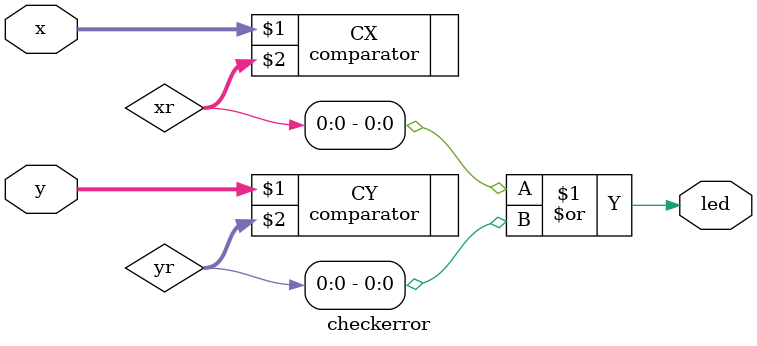
<source format=v>
module lab4part4 (SW, HEX0, HEX1, HEX4, HEX5, LEDR);
	input [9:0] SW;
	output [6:0] HEX0, HEX1, HEX4, HEX5;
	output [9:0] LEDR;
	
	wire [3:0] X, Y, S;
	assign X = SW[7:4];
	assign Y = SW[3:0];
	
	wire cin, cout;
	assign cin = SW[8];
	
	wire [4:0] sum;
	wire err_led;
	
	lab4part3 BCD (X, Y, S, cin, cout);
	
	assign sum = {cout, S};
		
	lab4part2 DIS (sum, HEX1, HEX0);
	
	deciOnHex DX (X,HEX5);
	deciOnHex DY (Y,HEX4);
	
	checkerror err (X, Y, err_led);
	
	assign LEDR[4:0] = sum;
	assign LEDR[9] = err_led;
endmodule

module checkerror (x, y, led);
	input [3:0] x, y;
	output led;
	
	wire [3:0] xr, yr;
	
	comparator CX (x, xr);
	comparator CY (y, yr);
	assign led = xr[0] | yr[0];
endmodule
</source>
